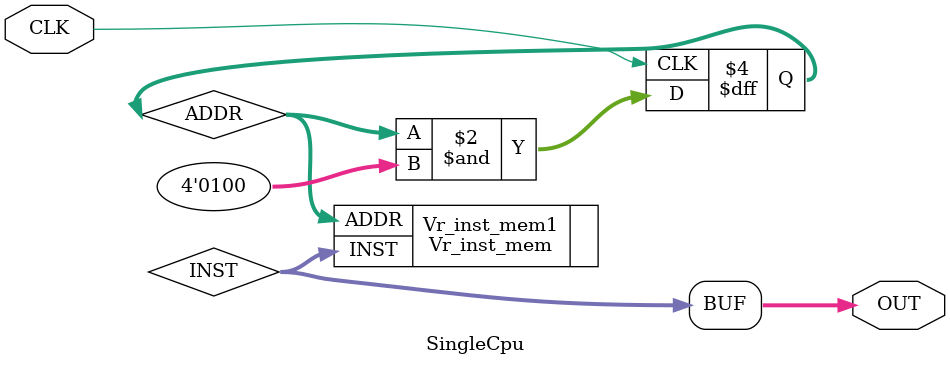
<source format=v>
module SingleCpu(CLK, OUT);
    input CLK;
    reg [31:0] ADDR;
    wire [31:0] INST;
    output reg [31:0] OUT;

    Vr_inst_mem Vr_inst_mem1(.ADDR(ADDR), .INST(INST));


    always @(posedge CLK) begin
        ADDR = ADDR & 4'b0100;
        $display("%b", ADDR);
    end

    always @(INST) begin 
        OUT = INST;
    end




endmodule
</source>
